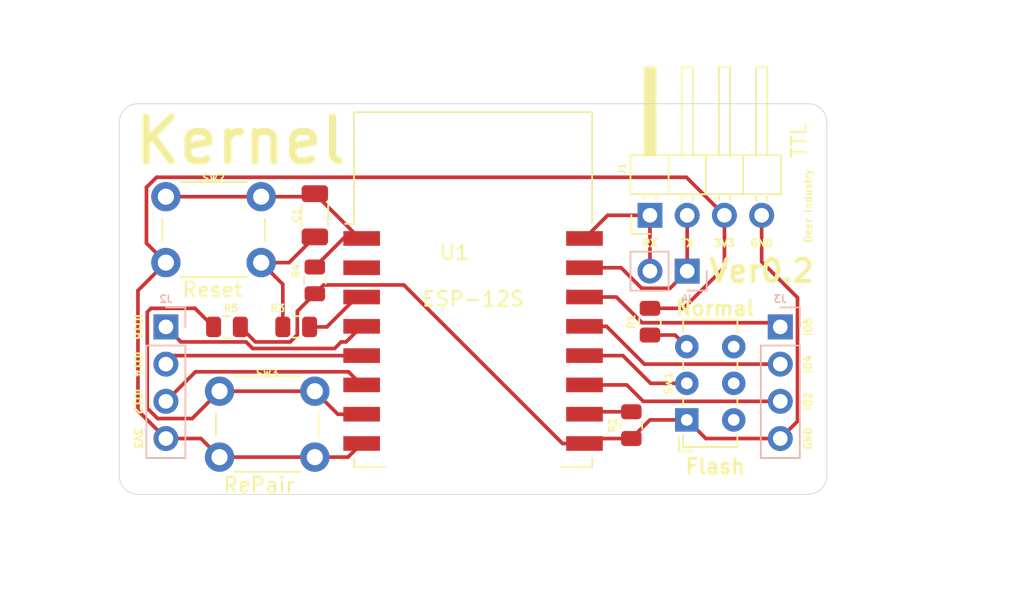
<source format=kicad_pcb>
(kicad_pcb (version 20171130) (host pcbnew "(5.1.9)-1")

  (general
    (thickness 1.6)
    (drawings 37)
    (tracks 100)
    (zones 0)
    (modules 14)
    (nets 18)
  )

  (page A4)
  (layers
    (0 F.Cu signal)
    (31 B.Cu signal)
    (32 B.Adhes user)
    (33 F.Adhes user)
    (34 B.Paste user)
    (35 F.Paste user)
    (36 B.SilkS user)
    (37 F.SilkS user)
    (38 B.Mask user)
    (39 F.Mask user)
    (40 Dwgs.User user)
    (41 Cmts.User user)
    (42 Eco1.User user)
    (43 Eco2.User user)
    (44 Edge.Cuts user)
    (45 Margin user)
    (46 B.CrtYd user)
    (47 F.CrtYd user)
    (48 B.Fab user hide)
    (49 F.Fab user hide)
  )

  (setup
    (last_trace_width 0.25)
    (trace_clearance 0.2)
    (zone_clearance 0.508)
    (zone_45_only no)
    (trace_min 0.2)
    (via_size 0.8)
    (via_drill 0.4)
    (via_min_size 0.4)
    (via_min_drill 0.3)
    (uvia_size 0.3)
    (uvia_drill 0.1)
    (uvias_allowed no)
    (uvia_min_size 0.2)
    (uvia_min_drill 0.1)
    (edge_width 0.05)
    (segment_width 0.2)
    (pcb_text_width 0.3)
    (pcb_text_size 1.5 1.5)
    (mod_edge_width 0.12)
    (mod_text_size 1 1)
    (mod_text_width 0.15)
    (pad_size 1.524 1.524)
    (pad_drill 0.762)
    (pad_to_mask_clearance 0)
    (aux_axis_origin 0 0)
    (visible_elements 7FFFFFFF)
    (pcbplotparams
      (layerselection 0x010fc_ffffffff)
      (usegerberextensions true)
      (usegerberattributes true)
      (usegerberadvancedattributes true)
      (creategerberjobfile true)
      (excludeedgelayer true)
      (linewidth 0.100000)
      (plotframeref false)
      (viasonmask false)
      (mode 1)
      (useauxorigin false)
      (hpglpennumber 1)
      (hpglpenspeed 20)
      (hpglpendiameter 15.000000)
      (psnegative false)
      (psa4output false)
      (plotreference true)
      (plotvalue true)
      (plotinvisibletext false)
      (padsonsilk false)
      (subtractmaskfromsilk false)
      (outputformat 1)
      (mirror false)
      (drillshape 0)
      (scaleselection 1)
      (outputdirectory "导出/"))
  )

  (net 0 "")
  (net 1 "Net-(U1-Pad2)")
  (net 2 EN)
  (net 3 +3V3)
  (net 4 GND)
  (net 5 IO15)
  (net 6 IO0)
  (net 7 RXD)
  (net 8 TXD)
  (net 9 "Net-(R1-Pad2)")
  (net 10 RST)
  (net 11 IO12)
  (net 12 IO14)
  (net 13 IO16)
  (net 14 IO2)
  (net 15 IO4)
  (net 16 IO5)
  (net 17 IO13)

  (net_class Default "This is the default net class."
    (clearance 0.2)
    (trace_width 0.25)
    (via_dia 0.8)
    (via_drill 0.4)
    (uvia_dia 0.3)
    (uvia_drill 0.1)
    (add_net +3V3)
    (add_net EN)
    (add_net GND)
    (add_net IO0)
    (add_net IO12)
    (add_net IO13)
    (add_net IO14)
    (add_net IO15)
    (add_net IO16)
    (add_net IO2)
    (add_net IO4)
    (add_net IO5)
    (add_net "Net-(R1-Pad2)")
    (add_net "Net-(U1-Pad2)")
    (add_net RST)
    (add_net RXD)
    (add_net TXD)
  )

  (module RF_Module:ESP-12S (layer F.Cu) (tedit 60489C70) (tstamp 60497F98)
    (at 97.155 43.18)
    (descr "Wi-Fi Module, http://wiki.ai-thinker.com/_media/esp8266/docs/aithinker_esp_12f_datasheet_en.pdf")
    (tags "Wi-Fi Module")
    (path /6049875F)
    (attr smd)
    (fp_text reference U1 (at -1.27 -2.54) (layer F.SilkS)
      (effects (font (size 1 1) (thickness 0.15)))
    )
    (fp_text value ESP-12S (at 0 0.635) (layer F.SilkS)
      (effects (font (size 1 1) (thickness 0.15)))
    )
    (fp_line (start 5.56 -4.8) (end 8.12 -7.36) (layer Dwgs.User) (width 0.12))
    (fp_line (start 2.56 -4.8) (end 8.12 -10.36) (layer Dwgs.User) (width 0.12))
    (fp_line (start -0.44 -4.8) (end 6.88 -12.12) (layer Dwgs.User) (width 0.12))
    (fp_line (start -3.44 -4.8) (end 3.88 -12.12) (layer Dwgs.User) (width 0.12))
    (fp_line (start -6.44 -4.8) (end 0.88 -12.12) (layer Dwgs.User) (width 0.12))
    (fp_line (start -8.12 -6.12) (end -2.12 -12.12) (layer Dwgs.User) (width 0.12))
    (fp_line (start -8.12 -9.12) (end -5.12 -12.12) (layer Dwgs.User) (width 0.12))
    (fp_line (start -8.12 -4.8) (end -8.12 -12.12) (layer Dwgs.User) (width 0.12))
    (fp_line (start 8.12 -4.8) (end -8.12 -4.8) (layer Dwgs.User) (width 0.12))
    (fp_line (start 8.12 -12.12) (end 8.12 -4.8) (layer Dwgs.User) (width 0.12))
    (fp_line (start -8.12 -12.12) (end 8.12 -12.12) (layer Dwgs.User) (width 0.12))
    (fp_line (start -8.12 -4.5) (end -8.73 -4.5) (layer F.SilkS) (width 0.12))
    (fp_line (start -8.12 -4.5) (end -8.12 -12.12) (layer F.SilkS) (width 0.12))
    (fp_line (start -8.12 12.12) (end -8.12 11.5) (layer F.SilkS) (width 0.12))
    (fp_line (start -6 12.12) (end -8.12 12.12) (layer F.SilkS) (width 0.12))
    (fp_line (start 8.12 12.12) (end 6 12.12) (layer F.SilkS) (width 0.12))
    (fp_line (start 8.12 11.5) (end 8.12 12.12) (layer F.SilkS) (width 0.12))
    (fp_line (start 8.12 -12.12) (end 8.12 -4.5) (layer F.SilkS) (width 0.12))
    (fp_line (start -8.12 -12.12) (end 8.12 -12.12) (layer F.SilkS) (width 0.12))
    (fp_line (start -9.05 13.1) (end -9.05 -12.2) (layer F.CrtYd) (width 0.05))
    (fp_line (start 9.05 13.1) (end -9.05 13.1) (layer F.CrtYd) (width 0.05))
    (fp_line (start 9.05 -12.2) (end 9.05 13.1) (layer F.CrtYd) (width 0.05))
    (fp_line (start -9.05 -12.2) (end 9.05 -12.2) (layer F.CrtYd) (width 0.05))
    (fp_line (start -8 -4) (end -8 -12) (layer F.Fab) (width 0.12))
    (fp_line (start -7.5 -3.5) (end -8 -4) (layer F.Fab) (width 0.12))
    (fp_line (start -8 -3) (end -7.5 -3.5) (layer F.Fab) (width 0.12))
    (fp_line (start -8 12) (end -8 -3) (layer F.Fab) (width 0.12))
    (fp_line (start 8 12) (end -8 12) (layer F.Fab) (width 0.12))
    (fp_line (start 8 -12) (end 8 12) (layer F.Fab) (width 0.12))
    (fp_line (start -8 -12) (end 8 -12) (layer F.Fab) (width 0.12))
    (fp_text user Antenna (at -0.06 -7 180) (layer Cmts.User)
      (effects (font (size 1 1) (thickness 0.15)))
    )
    (fp_text user "KEEP-OUT ZONE" (at 0.03 -9.55 180) (layer Cmts.User)
      (effects (font (size 1 1) (thickness 0.15)))
    )
    (pad 1 smd rect (at -7.6 -3.5) (size 2.5 1) (layers F.Cu F.Paste F.Mask)
      (net 10 RST))
    (pad 2 smd rect (at -7.6 -1.5) (size 2.5 1) (layers F.Cu F.Paste F.Mask)
      (net 1 "Net-(U1-Pad2)"))
    (pad 3 smd rect (at -7.6 0.5) (size 2.5 1) (layers F.Cu F.Paste F.Mask)
      (net 2 EN))
    (pad 4 smd rect (at -7.6 2.5) (size 2.5 1) (layers F.Cu F.Paste F.Mask)
      (net 13 IO16))
    (pad 5 smd rect (at -7.6 4.5) (size 2.5 1) (layers F.Cu F.Paste F.Mask)
      (net 12 IO14))
    (pad 6 smd rect (at -7.6 6.5) (size 2.5 1) (layers F.Cu F.Paste F.Mask)
      (net 11 IO12))
    (pad 7 smd rect (at -7.6 8.5) (size 2.5 1) (layers F.Cu F.Paste F.Mask)
      (net 17 IO13))
    (pad 8 smd rect (at -7.6 10.5) (size 2.5 1) (layers F.Cu F.Paste F.Mask)
      (net 3 +3V3))
    (pad 9 smd rect (at 7.6 10.5) (size 2.5 1) (layers F.Cu F.Paste F.Mask)
      (net 4 GND))
    (pad 10 smd rect (at 7.6 8.5) (size 2.5 1) (layers F.Cu F.Paste F.Mask)
      (net 5 IO15))
    (pad 11 smd rect (at 7.6 6.5) (size 2.5 1) (layers F.Cu F.Paste F.Mask)
      (net 14 IO2))
    (pad 12 smd rect (at 7.6 4.5) (size 2.5 1) (layers F.Cu F.Paste F.Mask)
      (net 6 IO0))
    (pad 13 smd rect (at 7.6 2.5) (size 2.5 1) (layers F.Cu F.Paste F.Mask)
      (net 15 IO4))
    (pad 14 smd rect (at 7.6 0.5) (size 2.5 1) (layers F.Cu F.Paste F.Mask)
      (net 16 IO5))
    (pad 15 smd rect (at 7.6 -1.5) (size 2.5 1) (layers F.Cu F.Paste F.Mask)
      (net 7 RXD))
    (pad 16 smd rect (at 7.6 -3.5) (size 2.5 1) (layers F.Cu F.Paste F.Mask)
      (net 8 TXD))
    (model ${KISYS3DMOD}/RF_Module.3dshapes/ESP-12E.wrl
      (at (xyz 0 0 0))
      (scale (xyz 1 1 1))
      (rotate (xyz 0 0 0))
    )
  )

  (module Connector_PinHeader_2.54mm:PinHeader_1x02_P2.54mm_Vertical (layer B.Cu) (tedit 59FED5CC) (tstamp 605007F5)
    (at 111.76 41.91 90)
    (descr "Through hole straight pin header, 1x02, 2.54mm pitch, single row")
    (tags "Through hole pin header THT 1x02 2.54mm single row")
    (path /60571445)
    (fp_text reference J4 (at -1.905 0 180) (layer B.SilkS)
      (effects (font (size 0.5 0.5) (thickness 0.1)) (justify mirror))
    )
    (fp_text value TTL (at 0 -4.87 270) (layer B.Fab)
      (effects (font (size 1 1) (thickness 0.15)) (justify mirror))
    )
    (fp_line (start 1.8 1.8) (end -1.8 1.8) (layer B.CrtYd) (width 0.05))
    (fp_line (start 1.8 -4.35) (end 1.8 1.8) (layer B.CrtYd) (width 0.05))
    (fp_line (start -1.8 -4.35) (end 1.8 -4.35) (layer B.CrtYd) (width 0.05))
    (fp_line (start -1.8 1.8) (end -1.8 -4.35) (layer B.CrtYd) (width 0.05))
    (fp_line (start -1.33 1.33) (end 0 1.33) (layer B.SilkS) (width 0.12))
    (fp_line (start -1.33 0) (end -1.33 1.33) (layer B.SilkS) (width 0.12))
    (fp_line (start -1.33 -1.27) (end 1.33 -1.27) (layer B.SilkS) (width 0.12))
    (fp_line (start 1.33 -1.27) (end 1.33 -3.87) (layer B.SilkS) (width 0.12))
    (fp_line (start -1.33 -1.27) (end -1.33 -3.87) (layer B.SilkS) (width 0.12))
    (fp_line (start -1.33 -3.87) (end 1.33 -3.87) (layer B.SilkS) (width 0.12))
    (fp_line (start -1.27 0.635) (end -0.635 1.27) (layer B.Fab) (width 0.1))
    (fp_line (start -1.27 -3.81) (end -1.27 0.635) (layer B.Fab) (width 0.1))
    (fp_line (start 1.27 -3.81) (end -1.27 -3.81) (layer B.Fab) (width 0.1))
    (fp_line (start 1.27 1.27) (end 1.27 -3.81) (layer B.Fab) (width 0.1))
    (fp_line (start -0.635 1.27) (end 1.27 1.27) (layer B.Fab) (width 0.1))
    (fp_text user %R (at 0 -1.27) (layer B.Fab)
      (effects (font (size 1 1) (thickness 0.15)) (justify mirror))
    )
    (pad 2 thru_hole oval (at 0 -2.54 90) (size 1.7 1.7) (drill 1) (layers *.Cu *.Mask)
      (net 8 TXD))
    (pad 1 thru_hole rect (at 0 0 90) (size 1.7 1.7) (drill 1) (layers *.Cu *.Mask)
      (net 7 RXD))
    (model ${KISYS3DMOD}/Connector_PinHeader_2.54mm.3dshapes/PinHeader_1x02_P2.54mm_Vertical.wrl
      (at (xyz 0 0 0))
      (scale (xyz 1 1 1))
      (rotate (xyz 0 0 0))
    )
  )

  (module Button_Switch_THT:SW_PUSH_6mm_H4.3mm (layer F.Cu) (tedit 5A02FE31) (tstamp 604F3455)
    (at 86.36 54.61 180)
    (descr "tactile push button, 6x6mm e.g. PHAP33xx series, height=4.3mm")
    (tags "tact sw push 6mm")
    (path /604DDF37)
    (fp_text reference SW3 (at 3.25 5.715) (layer F.SilkS)
      (effects (font (size 0.5 0.5) (thickness 0.1)))
    )
    (fp_text value RePair (at 3.81 -1.905) (layer F.SilkS)
      (effects (font (size 1 1) (thickness 0.15)))
    )
    (fp_circle (center 3.25 2.25) (end 1.25 2.5) (layer F.Fab) (width 0.1))
    (fp_line (start 6.75 3) (end 6.75 1.5) (layer F.SilkS) (width 0.12))
    (fp_line (start 5.5 -1) (end 1 -1) (layer F.SilkS) (width 0.12))
    (fp_line (start -0.25 1.5) (end -0.25 3) (layer F.SilkS) (width 0.12))
    (fp_line (start 1 5.5) (end 5.5 5.5) (layer F.SilkS) (width 0.12))
    (fp_line (start 8 -1.25) (end 8 5.75) (layer F.CrtYd) (width 0.05))
    (fp_line (start 7.75 6) (end -1.25 6) (layer F.CrtYd) (width 0.05))
    (fp_line (start -1.5 5.75) (end -1.5 -1.25) (layer F.CrtYd) (width 0.05))
    (fp_line (start -1.25 -1.5) (end 7.75 -1.5) (layer F.CrtYd) (width 0.05))
    (fp_line (start -1.5 6) (end -1.25 6) (layer F.CrtYd) (width 0.05))
    (fp_line (start -1.5 5.75) (end -1.5 6) (layer F.CrtYd) (width 0.05))
    (fp_line (start -1.5 -1.5) (end -1.25 -1.5) (layer F.CrtYd) (width 0.05))
    (fp_line (start -1.5 -1.25) (end -1.5 -1.5) (layer F.CrtYd) (width 0.05))
    (fp_line (start 8 -1.5) (end 8 -1.25) (layer F.CrtYd) (width 0.05))
    (fp_line (start 7.75 -1.5) (end 8 -1.5) (layer F.CrtYd) (width 0.05))
    (fp_line (start 8 6) (end 8 5.75) (layer F.CrtYd) (width 0.05))
    (fp_line (start 7.75 6) (end 8 6) (layer F.CrtYd) (width 0.05))
    (fp_line (start 0.25 -0.75) (end 3.25 -0.75) (layer F.Fab) (width 0.1))
    (fp_line (start 0.25 5.25) (end 0.25 -0.75) (layer F.Fab) (width 0.1))
    (fp_line (start 6.25 5.25) (end 0.25 5.25) (layer F.Fab) (width 0.1))
    (fp_line (start 6.25 -0.75) (end 6.25 5.25) (layer F.Fab) (width 0.1))
    (fp_line (start 3.25 -0.75) (end 6.25 -0.75) (layer F.Fab) (width 0.1))
    (fp_text user %R (at 3.25 2.25) (layer F.Fab)
      (effects (font (size 1 1) (thickness 0.15)))
    )
    (pad 1 thru_hole circle (at 6.5 0 270) (size 2 2) (drill 1.1) (layers *.Cu *.Mask)
      (net 3 +3V3))
    (pad 2 thru_hole circle (at 6.5 4.5 270) (size 2 2) (drill 1.1) (layers *.Cu *.Mask)
      (net 17 IO13))
    (pad 1 thru_hole circle (at 0 0 270) (size 2 2) (drill 1.1) (layers *.Cu *.Mask)
      (net 3 +3V3))
    (pad 2 thru_hole circle (at 0 4.5 270) (size 2 2) (drill 1.1) (layers *.Cu *.Mask)
      (net 17 IO13))
    (model ${KISYS3DMOD}/Button_Switch_THT.3dshapes/SW_PUSH_6mm_H4.3mm.wrl
      (at (xyz 0 0 0))
      (scale (xyz 1 1 1))
      (rotate (xyz 0 0 0))
    )
  )

  (module Button_Switch_THT:SW_PUSH_6mm_H4.3mm (layer F.Cu) (tedit 5A02FE31) (tstamp 604A134E)
    (at 76.2 36.83)
    (descr "tactile push button, 6x6mm e.g. PHAP33xx series, height=4.3mm")
    (tags "tact sw push 6mm")
    (path /604A6E52)
    (fp_text reference SW2 (at 3.25 -1.27) (layer F.SilkS)
      (effects (font (size 0.5 0.5) (thickness 0.1)))
    )
    (fp_text value Reset (at 3.175 6.35) (layer F.SilkS)
      (effects (font (size 1 1) (thickness 0.15)))
    )
    (fp_circle (center 3.25 2.25) (end 1.25 2.5) (layer F.Fab) (width 0.1))
    (fp_line (start 6.75 3) (end 6.75 1.5) (layer F.SilkS) (width 0.12))
    (fp_line (start 5.5 -1) (end 1 -1) (layer F.SilkS) (width 0.12))
    (fp_line (start -0.25 1.5) (end -0.25 3) (layer F.SilkS) (width 0.12))
    (fp_line (start 1 5.5) (end 5.5 5.5) (layer F.SilkS) (width 0.12))
    (fp_line (start 8 -1.25) (end 8 5.75) (layer F.CrtYd) (width 0.05))
    (fp_line (start 7.75 6) (end -1.25 6) (layer F.CrtYd) (width 0.05))
    (fp_line (start -1.5 5.75) (end -1.5 -1.25) (layer F.CrtYd) (width 0.05))
    (fp_line (start -1.25 -1.5) (end 7.75 -1.5) (layer F.CrtYd) (width 0.05))
    (fp_line (start -1.5 6) (end -1.25 6) (layer F.CrtYd) (width 0.05))
    (fp_line (start -1.5 5.75) (end -1.5 6) (layer F.CrtYd) (width 0.05))
    (fp_line (start -1.5 -1.5) (end -1.25 -1.5) (layer F.CrtYd) (width 0.05))
    (fp_line (start -1.5 -1.25) (end -1.5 -1.5) (layer F.CrtYd) (width 0.05))
    (fp_line (start 8 -1.5) (end 8 -1.25) (layer F.CrtYd) (width 0.05))
    (fp_line (start 7.75 -1.5) (end 8 -1.5) (layer F.CrtYd) (width 0.05))
    (fp_line (start 8 6) (end 8 5.75) (layer F.CrtYd) (width 0.05))
    (fp_line (start 7.75 6) (end 8 6) (layer F.CrtYd) (width 0.05))
    (fp_line (start 0.25 -0.75) (end 3.25 -0.75) (layer F.Fab) (width 0.1))
    (fp_line (start 0.25 5.25) (end 0.25 -0.75) (layer F.Fab) (width 0.1))
    (fp_line (start 6.25 5.25) (end 0.25 5.25) (layer F.Fab) (width 0.1))
    (fp_line (start 6.25 -0.75) (end 6.25 5.25) (layer F.Fab) (width 0.1))
    (fp_line (start 3.25 -0.75) (end 6.25 -0.75) (layer F.Fab) (width 0.1))
    (fp_text user %R (at 3.25 2.25) (layer F.Fab)
      (effects (font (size 1 1) (thickness 0.15)))
    )
    (pad 1 thru_hole circle (at 6.5 0 90) (size 2 2) (drill 1.1) (layers *.Cu *.Mask)
      (net 10 RST))
    (pad 2 thru_hole circle (at 6.5 4.5 90) (size 2 2) (drill 1.1) (layers *.Cu *.Mask)
      (net 3 +3V3))
    (pad 1 thru_hole circle (at 0 0 90) (size 2 2) (drill 1.1) (layers *.Cu *.Mask)
      (net 10 RST))
    (pad 2 thru_hole circle (at 0 4.5 90) (size 2 2) (drill 1.1) (layers *.Cu *.Mask)
      (net 3 +3V3))
    (model ${KISYS3DMOD}/Button_Switch_THT.3dshapes/SW_PUSH_6mm_H4.3mm.wrl
      (at (xyz 0 0 0))
      (scale (xyz 1 1 1))
      (rotate (xyz 0 0 0))
    )
  )

  (module Connector_PinHeader_2.54mm:PinHeader_1x04_P2.54mm_Horizontal (layer F.Cu) (tedit 59FED5CB) (tstamp 6049FAD7)
    (at 109.22 38.1 90)
    (descr "Through hole angled pin header, 1x04, 2.54mm pitch, 6mm pin length, single row")
    (tags "Through hole angled pin header THT 1x04 2.54mm single row")
    (path /6049A723)
    (fp_text reference J1 (at 3.175 -1.905 90) (layer F.SilkS)
      (effects (font (size 0.5 0.5) (thickness 0.1)))
    )
    (fp_text value TTL (at 5.08 10.16 270) (layer F.SilkS)
      (effects (font (size 1 1) (thickness 0.15)))
    )
    (fp_line (start 10.55 -1.8) (end -1.8 -1.8) (layer F.CrtYd) (width 0.05))
    (fp_line (start 10.55 9.4) (end 10.55 -1.8) (layer F.CrtYd) (width 0.05))
    (fp_line (start -1.8 9.4) (end 10.55 9.4) (layer F.CrtYd) (width 0.05))
    (fp_line (start -1.8 -1.8) (end -1.8 9.4) (layer F.CrtYd) (width 0.05))
    (fp_line (start -1.27 -1.27) (end 0 -1.27) (layer F.SilkS) (width 0.12))
    (fp_line (start -1.27 0) (end -1.27 -1.27) (layer F.SilkS) (width 0.12))
    (fp_line (start 1.042929 8) (end 1.44 8) (layer F.SilkS) (width 0.12))
    (fp_line (start 1.042929 7.24) (end 1.44 7.24) (layer F.SilkS) (width 0.12))
    (fp_line (start 10.1 8) (end 4.1 8) (layer F.SilkS) (width 0.12))
    (fp_line (start 10.1 7.24) (end 10.1 8) (layer F.SilkS) (width 0.12))
    (fp_line (start 4.1 7.24) (end 10.1 7.24) (layer F.SilkS) (width 0.12))
    (fp_line (start 1.44 6.35) (end 4.1 6.35) (layer F.SilkS) (width 0.12))
    (fp_line (start 1.042929 5.46) (end 1.44 5.46) (layer F.SilkS) (width 0.12))
    (fp_line (start 1.042929 4.7) (end 1.44 4.7) (layer F.SilkS) (width 0.12))
    (fp_line (start 10.1 5.46) (end 4.1 5.46) (layer F.SilkS) (width 0.12))
    (fp_line (start 10.1 4.7) (end 10.1 5.46) (layer F.SilkS) (width 0.12))
    (fp_line (start 4.1 4.7) (end 10.1 4.7) (layer F.SilkS) (width 0.12))
    (fp_line (start 1.44 3.81) (end 4.1 3.81) (layer F.SilkS) (width 0.12))
    (fp_line (start 1.042929 2.92) (end 1.44 2.92) (layer F.SilkS) (width 0.12))
    (fp_line (start 1.042929 2.16) (end 1.44 2.16) (layer F.SilkS) (width 0.12))
    (fp_line (start 10.1 2.92) (end 4.1 2.92) (layer F.SilkS) (width 0.12))
    (fp_line (start 10.1 2.16) (end 10.1 2.92) (layer F.SilkS) (width 0.12))
    (fp_line (start 4.1 2.16) (end 10.1 2.16) (layer F.SilkS) (width 0.12))
    (fp_line (start 1.44 1.27) (end 4.1 1.27) (layer F.SilkS) (width 0.12))
    (fp_line (start 1.11 0.38) (end 1.44 0.38) (layer F.SilkS) (width 0.12))
    (fp_line (start 1.11 -0.38) (end 1.44 -0.38) (layer F.SilkS) (width 0.12))
    (fp_line (start 4.1 0.28) (end 10.1 0.28) (layer F.SilkS) (width 0.12))
    (fp_line (start 4.1 0.16) (end 10.1 0.16) (layer F.SilkS) (width 0.12))
    (fp_line (start 4.1 0.04) (end 10.1 0.04) (layer F.SilkS) (width 0.12))
    (fp_line (start 4.1 -0.08) (end 10.1 -0.08) (layer F.SilkS) (width 0.12))
    (fp_line (start 4.1 -0.2) (end 10.1 -0.2) (layer F.SilkS) (width 0.12))
    (fp_line (start 4.1 -0.32) (end 10.1 -0.32) (layer F.SilkS) (width 0.12))
    (fp_line (start 10.1 0.38) (end 4.1 0.38) (layer F.SilkS) (width 0.12))
    (fp_line (start 10.1 -0.38) (end 10.1 0.38) (layer F.SilkS) (width 0.12))
    (fp_line (start 4.1 -0.38) (end 10.1 -0.38) (layer F.SilkS) (width 0.12))
    (fp_line (start 4.1 -1.33) (end 1.44 -1.33) (layer F.SilkS) (width 0.12))
    (fp_line (start 4.1 8.95) (end 4.1 -1.33) (layer F.SilkS) (width 0.12))
    (fp_line (start 1.44 8.95) (end 4.1 8.95) (layer F.SilkS) (width 0.12))
    (fp_line (start 1.44 -1.33) (end 1.44 8.95) (layer F.SilkS) (width 0.12))
    (fp_line (start 4.04 7.94) (end 10.04 7.94) (layer F.Fab) (width 0.1))
    (fp_line (start 10.04 7.3) (end 10.04 7.94) (layer F.Fab) (width 0.1))
    (fp_line (start 4.04 7.3) (end 10.04 7.3) (layer F.Fab) (width 0.1))
    (fp_line (start -0.32 7.94) (end 1.5 7.94) (layer F.Fab) (width 0.1))
    (fp_line (start -0.32 7.3) (end -0.32 7.94) (layer F.Fab) (width 0.1))
    (fp_line (start -0.32 7.3) (end 1.5 7.3) (layer F.Fab) (width 0.1))
    (fp_line (start 4.04 5.4) (end 10.04 5.4) (layer F.Fab) (width 0.1))
    (fp_line (start 10.04 4.76) (end 10.04 5.4) (layer F.Fab) (width 0.1))
    (fp_line (start 4.04 4.76) (end 10.04 4.76) (layer F.Fab) (width 0.1))
    (fp_line (start -0.32 5.4) (end 1.5 5.4) (layer F.Fab) (width 0.1))
    (fp_line (start -0.32 4.76) (end -0.32 5.4) (layer F.Fab) (width 0.1))
    (fp_line (start -0.32 4.76) (end 1.5 4.76) (layer F.Fab) (width 0.1))
    (fp_line (start 4.04 2.86) (end 10.04 2.86) (layer F.Fab) (width 0.1))
    (fp_line (start 10.04 2.22) (end 10.04 2.86) (layer F.Fab) (width 0.1))
    (fp_line (start 4.04 2.22) (end 10.04 2.22) (layer F.Fab) (width 0.1))
    (fp_line (start -0.32 2.86) (end 1.5 2.86) (layer F.Fab) (width 0.1))
    (fp_line (start -0.32 2.22) (end -0.32 2.86) (layer F.Fab) (width 0.1))
    (fp_line (start -0.32 2.22) (end 1.5 2.22) (layer F.Fab) (width 0.1))
    (fp_line (start 4.04 0.32) (end 10.04 0.32) (layer F.Fab) (width 0.1))
    (fp_line (start 10.04 -0.32) (end 10.04 0.32) (layer F.Fab) (width 0.1))
    (fp_line (start 4.04 -0.32) (end 10.04 -0.32) (layer F.Fab) (width 0.1))
    (fp_line (start -0.32 0.32) (end 1.5 0.32) (layer F.Fab) (width 0.1))
    (fp_line (start -0.32 -0.32) (end -0.32 0.32) (layer F.Fab) (width 0.1))
    (fp_line (start -0.32 -0.32) (end 1.5 -0.32) (layer F.Fab) (width 0.1))
    (fp_line (start 1.5 -0.635) (end 2.135 -1.27) (layer F.Fab) (width 0.1))
    (fp_line (start 1.5 8.89) (end 1.5 -0.635) (layer F.Fab) (width 0.1))
    (fp_line (start 4.04 8.89) (end 1.5 8.89) (layer F.Fab) (width 0.1))
    (fp_line (start 4.04 -1.27) (end 4.04 8.89) (layer F.Fab) (width 0.1))
    (fp_line (start 2.135 -1.27) (end 4.04 -1.27) (layer F.Fab) (width 0.1))
    (fp_text user %R (at 2.77 3.81) (layer F.Fab)
      (effects (font (size 1 1) (thickness 0.15)))
    )
    (pad 4 thru_hole oval (at 0 7.62 90) (size 1.7 1.7) (drill 1) (layers *.Cu *.Mask)
      (net 4 GND))
    (pad 3 thru_hole oval (at 0 5.08 90) (size 1.7 1.7) (drill 1) (layers *.Cu *.Mask)
      (net 3 +3V3))
    (pad 2 thru_hole oval (at 0 2.54 90) (size 1.7 1.7) (drill 1) (layers *.Cu *.Mask)
      (net 7 RXD))
    (pad 1 thru_hole rect (at 0 0 90) (size 1.7 1.7) (drill 1) (layers *.Cu *.Mask)
      (net 8 TXD))
    (model ${KISYS3DMOD}/Connector_PinHeader_2.54mm.3dshapes/PinHeader_1x04_P2.54mm_Horizontal.wrl
      (at (xyz 0 0 0))
      (scale (xyz 1 1 1))
      (rotate (xyz 0 0 0))
    )
  )

  (module Resistor_SMD:R_0805_2012Metric (layer F.Cu) (tedit 5F68FEEE) (tstamp 604F33F0)
    (at 80.3675 45.72 180)
    (descr "Resistor SMD 0805 (2012 Metric), square (rectangular) end terminal, IPC_7351 nominal, (Body size source: IPC-SM-782 page 72, https://www.pcb-3d.com/wordpress/wp-content/uploads/ipc-sm-782a_amendment_1_and_2.pdf), generated with kicad-footprint-generator")
    (tags resistor)
    (path /604EF1A5)
    (attr smd)
    (fp_text reference R5 (at -0.2775 1.27) (layer F.SilkS)
      (effects (font (size 0.5 0.5) (thickness 0.1)))
    )
    (fp_text value 10k (at 0 1.65) (layer F.Fab)
      (effects (font (size 1 1) (thickness 0.15)))
    )
    (fp_line (start 1.68 0.95) (end -1.68 0.95) (layer F.CrtYd) (width 0.05))
    (fp_line (start 1.68 -0.95) (end 1.68 0.95) (layer F.CrtYd) (width 0.05))
    (fp_line (start -1.68 -0.95) (end 1.68 -0.95) (layer F.CrtYd) (width 0.05))
    (fp_line (start -1.68 0.95) (end -1.68 -0.95) (layer F.CrtYd) (width 0.05))
    (fp_line (start -0.227064 0.735) (end 0.227064 0.735) (layer F.SilkS) (width 0.12))
    (fp_line (start -0.227064 -0.735) (end 0.227064 -0.735) (layer F.SilkS) (width 0.12))
    (fp_line (start 1 0.625) (end -1 0.625) (layer F.Fab) (width 0.1))
    (fp_line (start 1 -0.625) (end 1 0.625) (layer F.Fab) (width 0.1))
    (fp_line (start -1 -0.625) (end 1 -0.625) (layer F.Fab) (width 0.1))
    (fp_line (start -1 0.625) (end -1 -0.625) (layer F.Fab) (width 0.1))
    (fp_text user %R (at 0 0) (layer F.Fab)
      (effects (font (size 0.5 0.5) (thickness 0.08)))
    )
    (pad 2 smd roundrect (at 0.9125 0 180) (size 1.025 1.4) (layers F.Cu F.Paste F.Mask) (roundrect_rratio 0.2439004878048781)
      (net 17 IO13))
    (pad 1 smd roundrect (at -0.9125 0 180) (size 1.025 1.4) (layers F.Cu F.Paste F.Mask) (roundrect_rratio 0.2439004878048781)
      (net 4 GND))
    (model ${KISYS3DMOD}/Resistor_SMD.3dshapes/R_0805_2012Metric.wrl
      (at (xyz 0 0 0))
      (scale (xyz 1 1 1))
      (rotate (xyz 0 0 0))
    )
  )

  (module Connector_PinHeader_2.54mm:PinHeader_1x04_P2.54mm_Vertical (layer B.Cu) (tedit 59FED5CC) (tstamp 604F335F)
    (at 118.11 45.72 180)
    (descr "Through hole straight pin header, 1x04, 2.54mm pitch, single row")
    (tags "Through hole pin header THT 1x04 2.54mm single row")
    (path /604FA091)
    (fp_text reference J3 (at 0 1.905) (layer B.SilkS)
      (effects (font (size 0.5 0.5) (thickness 0.1)) (justify mirror))
    )
    (fp_text value R (at 0 -9.95) (layer F.Fab) hide
      (effects (font (size 1 1) (thickness 0.15)))
    )
    (fp_line (start 1.8 1.8) (end -1.8 1.8) (layer B.CrtYd) (width 0.05))
    (fp_line (start 1.8 -9.4) (end 1.8 1.8) (layer B.CrtYd) (width 0.05))
    (fp_line (start -1.8 -9.4) (end 1.8 -9.4) (layer B.CrtYd) (width 0.05))
    (fp_line (start -1.8 1.8) (end -1.8 -9.4) (layer B.CrtYd) (width 0.05))
    (fp_line (start -1.33 1.33) (end 0 1.33) (layer B.SilkS) (width 0.12))
    (fp_line (start -1.33 0) (end -1.33 1.33) (layer B.SilkS) (width 0.12))
    (fp_line (start -1.33 -1.27) (end 1.33 -1.27) (layer B.SilkS) (width 0.12))
    (fp_line (start 1.33 -1.27) (end 1.33 -8.95) (layer B.SilkS) (width 0.12))
    (fp_line (start -1.33 -1.27) (end -1.33 -8.95) (layer B.SilkS) (width 0.12))
    (fp_line (start -1.33 -8.95) (end 1.33 -8.95) (layer B.SilkS) (width 0.12))
    (fp_line (start -1.27 0.635) (end -0.635 1.27) (layer B.Fab) (width 0.1))
    (fp_line (start -1.27 -8.89) (end -1.27 0.635) (layer B.Fab) (width 0.1))
    (fp_line (start 1.27 -8.89) (end -1.27 -8.89) (layer B.Fab) (width 0.1))
    (fp_line (start 1.27 1.27) (end 1.27 -8.89) (layer B.Fab) (width 0.1))
    (fp_line (start -0.635 1.27) (end 1.27 1.27) (layer B.Fab) (width 0.1))
    (fp_text user %R (at 0 -3.81 270) (layer B.Fab)
      (effects (font (size 1 1) (thickness 0.15)) (justify mirror))
    )
    (pad 4 thru_hole oval (at 0 -7.62 180) (size 1.7 1.7) (drill 1) (layers *.Cu *.Mask)
      (net 4 GND))
    (pad 3 thru_hole oval (at 0 -5.08 180) (size 1.7 1.7) (drill 1) (layers *.Cu *.Mask)
      (net 14 IO2))
    (pad 2 thru_hole oval (at 0 -2.54 180) (size 1.7 1.7) (drill 1) (layers *.Cu *.Mask)
      (net 15 IO4))
    (pad 1 thru_hole rect (at 0 0 180) (size 1.7 1.7) (drill 1) (layers *.Cu *.Mask)
      (net 16 IO5))
    (model ${KISYS3DMOD}/Connector_PinHeader_2.54mm.3dshapes/PinHeader_1x04_P2.54mm_Vertical.wrl
      (at (xyz 0 0 0))
      (scale (xyz 1 1 1))
      (rotate (xyz 0 0 0))
    )
  )

  (module Connector_PinHeader_2.54mm:PinHeader_1x04_P2.54mm_Vertical (layer B.Cu) (tedit 59FED5CC) (tstamp 604F3347)
    (at 76.2 45.72 180)
    (descr "Through hole straight pin header, 1x04, 2.54mm pitch, single row")
    (tags "Through hole pin header THT 1x04 2.54mm single row")
    (path /604F8EAE)
    (fp_text reference J2 (at 0 1.905) (layer B.SilkS)
      (effects (font (size 0.5 0.5) (thickness 0.1)) (justify mirror))
    )
    (fp_text value L (at 0 -9.95) (layer F.Fab) hide
      (effects (font (size 1 1) (thickness 0.15)) (justify mirror))
    )
    (fp_line (start 1.8 1.8) (end -1.8 1.8) (layer B.CrtYd) (width 0.05))
    (fp_line (start 1.8 -9.4) (end 1.8 1.8) (layer B.CrtYd) (width 0.05))
    (fp_line (start -1.8 -9.4) (end 1.8 -9.4) (layer B.CrtYd) (width 0.05))
    (fp_line (start -1.8 1.8) (end -1.8 -9.4) (layer B.CrtYd) (width 0.05))
    (fp_line (start -1.33 1.33) (end 0 1.33) (layer B.SilkS) (width 0.12))
    (fp_line (start -1.33 0) (end -1.33 1.33) (layer B.SilkS) (width 0.12))
    (fp_line (start -1.33 -1.27) (end 1.33 -1.27) (layer B.SilkS) (width 0.12))
    (fp_line (start 1.33 -1.27) (end 1.33 -8.95) (layer B.SilkS) (width 0.12))
    (fp_line (start -1.33 -1.27) (end -1.33 -8.95) (layer B.SilkS) (width 0.12))
    (fp_line (start -1.33 -8.95) (end 1.33 -8.95) (layer B.SilkS) (width 0.12))
    (fp_line (start -1.27 0.635) (end -0.635 1.27) (layer B.Fab) (width 0.1))
    (fp_line (start -1.27 -8.89) (end -1.27 0.635) (layer B.Fab) (width 0.1))
    (fp_line (start 1.27 -8.89) (end -1.27 -8.89) (layer B.Fab) (width 0.1))
    (fp_line (start 1.27 1.27) (end 1.27 -8.89) (layer B.Fab) (width 0.1))
    (fp_line (start -0.635 1.27) (end 1.27 1.27) (layer B.Fab) (width 0.1))
    (fp_text user %R (at 0 -3.81 270) (layer B.Fab)
      (effects (font (size 1 1) (thickness 0.15)) (justify mirror))
    )
    (pad 4 thru_hole oval (at 0 -7.62 180) (size 1.7 1.7) (drill 1) (layers *.Cu *.Mask)
      (net 3 +3V3))
    (pad 3 thru_hole oval (at 0 -5.08 180) (size 1.7 1.7) (drill 1) (layers *.Cu *.Mask)
      (net 11 IO12))
    (pad 2 thru_hole oval (at 0 -2.54 180) (size 1.7 1.7) (drill 1) (layers *.Cu *.Mask)
      (net 12 IO14))
    (pad 1 thru_hole rect (at 0 0 180) (size 1.7 1.7) (drill 1) (layers *.Cu *.Mask)
      (net 13 IO16))
    (model ${KISYS3DMOD}/Connector_PinHeader_2.54mm.3dshapes/PinHeader_1x04_P2.54mm_Vertical.wrl
      (at (xyz 0 0 0))
      (scale (xyz 1 1 1))
      (rotate (xyz 0 0 0))
    )
  )

  (module Button_Switch_THT:SW_E-Switch_EG1271_DPDT (layer F.Cu) (tedit 5BB336EF) (tstamp 6048CF9C)
    (at 111.735 52.07 90)
    (descr "E-Switch sub miniature slide switch, EG series, DPDT, http://spec_sheets.e-switch.com/specs/P040047.pdf")
    (tags "switch DPDT")
    (path /6048DEAF)
    (fp_text reference SW1 (at 2.5 -1.27 90) (layer F.SilkS)
      (effects (font (size 0.5 0.5) (thickness 0.1)))
    )
    (fp_text value MODE (at 2.5 5 90) (layer F.Fab)
      (effects (font (size 1 1) (thickness 0.15)))
    )
    (fp_line (start 0.4 0.6) (end 4.6 0.6) (layer F.Fab) (width 0.1))
    (fp_line (start 4.6 0.6) (end 4.6 2.6) (layer F.Fab) (width 0.1))
    (fp_line (start 4.6 2.6) (end 0.4 2.6) (layer F.Fab) (width 0.1))
    (fp_line (start 0.4 0.6) (end 0.4 2.6) (layer F.Fab) (width 0.1))
    (fp_line (start 2.5 0.6) (end 2.5 2.6) (layer F.Fab) (width 0.1))
    (fp_line (start 0.75 0.6) (end 0.75 2.6) (layer F.Fab) (width 0.1))
    (fp_line (start 1.1 0.6) (end 1.1 2.6) (layer F.Fab) (width 0.1))
    (fp_line (start 1.45 0.6) (end 1.45 2.6) (layer F.Fab) (width 0.1))
    (fp_line (start 1.8 0.6) (end 1.8 2.6) (layer F.Fab) (width 0.1))
    (fp_line (start 2.15 0.6) (end 2.15 2.6) (layer F.Fab) (width 0.1))
    (fp_line (start -1.75 -0.15) (end 6.75 -0.15) (layer F.Fab) (width 0.1))
    (fp_line (start 6.75 -0.15) (end 6.75 3.35) (layer F.Fab) (width 0.1))
    (fp_line (start 6.75 3.35) (end -1.75 3.35) (layer F.Fab) (width 0.1))
    (fp_line (start -1.75 -0.15) (end -1.75 3.35) (layer F.Fab) (width 0.1))
    (fp_line (start -1.85 -0.25) (end -1 -0.25) (layer F.SilkS) (width 0.12))
    (fp_line (start 1 -0.25) (end 1.53 -0.25) (layer F.SilkS) (width 0.12))
    (fp_line (start 3.47 -0.25) (end 4.03 -0.25) (layer F.SilkS) (width 0.12))
    (fp_line (start 5.97 -0.25) (end 6.85 -0.25) (layer F.SilkS) (width 0.12))
    (fp_line (start 6.85 -0.25) (end 6.85 3.45) (layer F.SilkS) (width 0.12))
    (fp_line (start 6.85 3.45) (end 5.98 3.45) (layer F.SilkS) (width 0.12))
    (fp_line (start 4.02 3.45) (end 3.47 3.45) (layer F.SilkS) (width 0.12))
    (fp_line (start 1.53 3.45) (end 0.97 3.45) (layer F.SilkS) (width 0.12))
    (fp_line (start -0.97 3.45) (end -1.85 3.45) (layer F.SilkS) (width 0.12))
    (fp_line (start -1.85 3.45) (end -1.85 -0.25) (layer F.SilkS) (width 0.12))
    (fp_line (start -2.15 0.45) (end -2.15 -0.55) (layer F.SilkS) (width 0.12))
    (fp_line (start -2.15 -0.55) (end -1.15 -0.55) (layer F.SilkS) (width 0.12))
    (fp_line (start -2 -1.05) (end 7 -1.05) (layer F.CrtYd) (width 0.05))
    (fp_line (start 7 -1.05) (end 7 4.25) (layer F.CrtYd) (width 0.05))
    (fp_line (start 7 4.25) (end -2 4.25) (layer F.CrtYd) (width 0.05))
    (fp_line (start -2 4.25) (end -2 -1.05) (layer F.CrtYd) (width 0.05))
    (fp_text user %R (at 2.5 -1.65 90) (layer F.Fab)
      (effects (font (size 1 1) (thickness 0.15)))
    )
    (pad 6 thru_hole circle (at 5 3.2 90) (size 1.6 1.6) (drill 0.8) (layers *.Cu *.Mask))
    (pad 5 thru_hole circle (at 2.5 3.2 90) (size 1.6 1.6) (drill 0.8) (layers *.Cu *.Mask))
    (pad 4 thru_hole circle (at 0 3.2 90) (size 1.6 1.6) (drill 0.8) (layers *.Cu *.Mask))
    (pad 3 thru_hole circle (at 5 0 90) (size 1.6 1.6) (drill 0.8) (layers *.Cu *.Mask)
      (net 9 "Net-(R1-Pad2)"))
    (pad 2 thru_hole circle (at 2.5 0 90) (size 1.6 1.6) (drill 0.8) (layers *.Cu *.Mask)
      (net 6 IO0))
    (pad 1 thru_hole rect (at 0 0 90) (size 1.6 1.6) (drill 0.8) (layers *.Cu *.Mask)
      (net 4 GND))
    (model ${KISYS3DMOD}/Button_Switch_THT.3dshapes/SW_E-Switch_EG1271_DPDT.wrl
      (at (xyz 0 0 0))
      (scale (xyz 1 1 1))
      (rotate (xyz 0 0 0))
    )
  )

  (module Resistor_SMD:R_0805_2012Metric (layer F.Cu) (tedit 5F68FEEE) (tstamp 60491ACD)
    (at 86.36 42.545 270)
    (descr "Resistor SMD 0805 (2012 Metric), square (rectangular) end terminal, IPC_7351 nominal, (Body size source: IPC-SM-782 page 72, https://www.pcb-3d.com/wordpress/wp-content/uploads/ipc-sm-782a_amendment_1_and_2.pdf), generated with kicad-footprint-generator")
    (tags resistor)
    (path /60493EDA)
    (attr smd)
    (fp_text reference R4 (at -0.635 1.27 90) (layer F.SilkS)
      (effects (font (size 0.5 0.5) (thickness 0.1)))
    )
    (fp_text value 10k (at 0 1.65 90) (layer F.Fab)
      (effects (font (size 1 1) (thickness 0.15)))
    )
    (fp_line (start -1 0.625) (end -1 -0.625) (layer F.Fab) (width 0.1))
    (fp_line (start -1 -0.625) (end 1 -0.625) (layer F.Fab) (width 0.1))
    (fp_line (start 1 -0.625) (end 1 0.625) (layer F.Fab) (width 0.1))
    (fp_line (start 1 0.625) (end -1 0.625) (layer F.Fab) (width 0.1))
    (fp_line (start -0.227064 -0.735) (end 0.227064 -0.735) (layer F.SilkS) (width 0.12))
    (fp_line (start -0.227064 0.735) (end 0.227064 0.735) (layer F.SilkS) (width 0.12))
    (fp_line (start -1.68 0.95) (end -1.68 -0.95) (layer F.CrtYd) (width 0.05))
    (fp_line (start -1.68 -0.95) (end 1.68 -0.95) (layer F.CrtYd) (width 0.05))
    (fp_line (start 1.68 -0.95) (end 1.68 0.95) (layer F.CrtYd) (width 0.05))
    (fp_line (start 1.68 0.95) (end -1.68 0.95) (layer F.CrtYd) (width 0.05))
    (fp_text user %R (at 0 0 90) (layer F.Fab)
      (effects (font (size 0.5 0.5) (thickness 0.08)))
    )
    (pad 2 smd roundrect (at 0.9125 0 270) (size 1.025 1.4) (layers F.Cu F.Paste F.Mask) (roundrect_rratio 0.2439004878048781)
      (net 4 GND))
    (pad 1 smd roundrect (at -0.9125 0 270) (size 1.025 1.4) (layers F.Cu F.Paste F.Mask) (roundrect_rratio 0.2439004878048781)
      (net 10 RST))
    (model ${KISYS3DMOD}/Resistor_SMD.3dshapes/R_0805_2012Metric.wrl
      (at (xyz 0 0 0))
      (scale (xyz 1 1 1))
      (rotate (xyz 0 0 0))
    )
  )

  (module Resistor_SMD:R_0805_2012Metric (layer F.Cu) (tedit 5F68FEEE) (tstamp 6048CF41)
    (at 85.09 45.72)
    (descr "Resistor SMD 0805 (2012 Metric), square (rectangular) end terminal, IPC_7351 nominal, (Body size source: IPC-SM-782 page 72, https://www.pcb-3d.com/wordpress/wp-content/uploads/ipc-sm-782a_amendment_1_and_2.pdf), generated with kicad-footprint-generator")
    (tags resistor)
    (path /60492F78)
    (attr smd)
    (fp_text reference R3 (at -1.27 -1.27) (layer F.SilkS)
      (effects (font (size 0.5 0.5) (thickness 0.1)))
    )
    (fp_text value 10k (at 0 1.65) (layer F.Fab)
      (effects (font (size 1 1) (thickness 0.15)))
    )
    (fp_line (start -1 0.625) (end -1 -0.625) (layer F.Fab) (width 0.1))
    (fp_line (start -1 -0.625) (end 1 -0.625) (layer F.Fab) (width 0.1))
    (fp_line (start 1 -0.625) (end 1 0.625) (layer F.Fab) (width 0.1))
    (fp_line (start 1 0.625) (end -1 0.625) (layer F.Fab) (width 0.1))
    (fp_line (start -0.227064 -0.735) (end 0.227064 -0.735) (layer F.SilkS) (width 0.12))
    (fp_line (start -0.227064 0.735) (end 0.227064 0.735) (layer F.SilkS) (width 0.12))
    (fp_line (start -1.68 0.95) (end -1.68 -0.95) (layer F.CrtYd) (width 0.05))
    (fp_line (start -1.68 -0.95) (end 1.68 -0.95) (layer F.CrtYd) (width 0.05))
    (fp_line (start 1.68 -0.95) (end 1.68 0.95) (layer F.CrtYd) (width 0.05))
    (fp_line (start 1.68 0.95) (end -1.68 0.95) (layer F.CrtYd) (width 0.05))
    (fp_text user %R (at 0 0) (layer F.Fab)
      (effects (font (size 0.5 0.5) (thickness 0.08)))
    )
    (pad 2 smd roundrect (at 0.9125 0) (size 1.025 1.4) (layers F.Cu F.Paste F.Mask) (roundrect_rratio 0.2439004878048781)
      (net 2 EN))
    (pad 1 smd roundrect (at -0.9125 0) (size 1.025 1.4) (layers F.Cu F.Paste F.Mask) (roundrect_rratio 0.2439004878048781)
      (net 3 +3V3))
    (model ${KISYS3DMOD}/Resistor_SMD.3dshapes/R_0805_2012Metric.wrl
      (at (xyz 0 0 0))
      (scale (xyz 1 1 1))
      (rotate (xyz 0 0 0))
    )
  )

  (module Resistor_SMD:R_0805_2012Metric (layer F.Cu) (tedit 5F68FEEE) (tstamp 6048CF30)
    (at 107.95 52.4275 90)
    (descr "Resistor SMD 0805 (2012 Metric), square (rectangular) end terminal, IPC_7351 nominal, (Body size source: IPC-SM-782 page 72, https://www.pcb-3d.com/wordpress/wp-content/uploads/ipc-sm-782a_amendment_1_and_2.pdf), generated with kicad-footprint-generator")
    (tags resistor)
    (path /60491BD0)
    (attr smd)
    (fp_text reference R2 (at 0 -1.27 90) (layer F.SilkS)
      (effects (font (size 0.5 0.5) (thickness 0.1)))
    )
    (fp_text value 10k (at 0 1.65 90) (layer F.Fab)
      (effects (font (size 1 1) (thickness 0.15)))
    )
    (fp_line (start -1 0.625) (end -1 -0.625) (layer F.Fab) (width 0.1))
    (fp_line (start -1 -0.625) (end 1 -0.625) (layer F.Fab) (width 0.1))
    (fp_line (start 1 -0.625) (end 1 0.625) (layer F.Fab) (width 0.1))
    (fp_line (start 1 0.625) (end -1 0.625) (layer F.Fab) (width 0.1))
    (fp_line (start -0.227064 -0.735) (end 0.227064 -0.735) (layer F.SilkS) (width 0.12))
    (fp_line (start -0.227064 0.735) (end 0.227064 0.735) (layer F.SilkS) (width 0.12))
    (fp_line (start -1.68 0.95) (end -1.68 -0.95) (layer F.CrtYd) (width 0.05))
    (fp_line (start -1.68 -0.95) (end 1.68 -0.95) (layer F.CrtYd) (width 0.05))
    (fp_line (start 1.68 -0.95) (end 1.68 0.95) (layer F.CrtYd) (width 0.05))
    (fp_line (start 1.68 0.95) (end -1.68 0.95) (layer F.CrtYd) (width 0.05))
    (fp_text user %R (at 0 0 90) (layer F.Fab)
      (effects (font (size 0.5 0.5) (thickness 0.08)))
    )
    (pad 2 smd roundrect (at 0.9125 0 90) (size 1.025 1.4) (layers F.Cu F.Paste F.Mask) (roundrect_rratio 0.2439004878048781)
      (net 5 IO15))
    (pad 1 smd roundrect (at -0.9125 0 90) (size 1.025 1.4) (layers F.Cu F.Paste F.Mask) (roundrect_rratio 0.2439004878048781)
      (net 4 GND))
    (model ${KISYS3DMOD}/Resistor_SMD.3dshapes/R_0805_2012Metric.wrl
      (at (xyz 0 0 0))
      (scale (xyz 1 1 1))
      (rotate (xyz 0 0 0))
    )
  )

  (module Resistor_SMD:R_0805_2012Metric (layer F.Cu) (tedit 5F68FEEE) (tstamp 6048CF1F)
    (at 109.22 45.3625 270)
    (descr "Resistor SMD 0805 (2012 Metric), square (rectangular) end terminal, IPC_7351 nominal, (Body size source: IPC-SM-782 page 72, https://www.pcb-3d.com/wordpress/wp-content/uploads/ipc-sm-782a_amendment_1_and_2.pdf), generated with kicad-footprint-generator")
    (tags resistor)
    (path /6048AF9D)
    (attr smd)
    (fp_text reference R1 (at 0 1.27 90) (layer F.SilkS)
      (effects (font (size 0.5 0.5) (thickness 0.1)))
    )
    (fp_text value 10k (at 0 1.65 90) (layer F.Fab)
      (effects (font (size 1 1) (thickness 0.15)))
    )
    (fp_line (start -1 0.625) (end -1 -0.625) (layer F.Fab) (width 0.1))
    (fp_line (start -1 -0.625) (end 1 -0.625) (layer F.Fab) (width 0.1))
    (fp_line (start 1 -0.625) (end 1 0.625) (layer F.Fab) (width 0.1))
    (fp_line (start 1 0.625) (end -1 0.625) (layer F.Fab) (width 0.1))
    (fp_line (start -0.227064 -0.735) (end 0.227064 -0.735) (layer F.SilkS) (width 0.12))
    (fp_line (start -0.227064 0.735) (end 0.227064 0.735) (layer F.SilkS) (width 0.12))
    (fp_line (start -1.68 0.95) (end -1.68 -0.95) (layer F.CrtYd) (width 0.05))
    (fp_line (start -1.68 -0.95) (end 1.68 -0.95) (layer F.CrtYd) (width 0.05))
    (fp_line (start 1.68 -0.95) (end 1.68 0.95) (layer F.CrtYd) (width 0.05))
    (fp_line (start 1.68 0.95) (end -1.68 0.95) (layer F.CrtYd) (width 0.05))
    (fp_text user %R (at 0 0 90) (layer F.Fab)
      (effects (font (size 0.5 0.5) (thickness 0.08)))
    )
    (pad 2 smd roundrect (at 0.9125 0 270) (size 1.025 1.4) (layers F.Cu F.Paste F.Mask) (roundrect_rratio 0.2439004878048781)
      (net 9 "Net-(R1-Pad2)"))
    (pad 1 smd roundrect (at -0.9125 0 270) (size 1.025 1.4) (layers F.Cu F.Paste F.Mask) (roundrect_rratio 0.2439004878048781)
      (net 3 +3V3))
    (model ${KISYS3DMOD}/Resistor_SMD.3dshapes/R_0805_2012Metric.wrl
      (at (xyz 0 0 0))
      (scale (xyz 1 1 1))
      (rotate (xyz 0 0 0))
    )
  )

  (module Capacitor_SMD:C_1206_3216Metric (layer F.Cu) (tedit 5F68FEEE) (tstamp 60491A6C)
    (at 86.36 38.1 90)
    (descr "Capacitor SMD 1206 (3216 Metric), square (rectangular) end terminal, IPC_7351 nominal, (Body size source: IPC-SM-782 page 76, https://www.pcb-3d.com/wordpress/wp-content/uploads/ipc-sm-782a_amendment_1_and_2.pdf), generated with kicad-footprint-generator")
    (tags capacitor)
    (path /60494AE6)
    (attr smd)
    (fp_text reference C1 (at 0 -1.27 90) (layer F.SilkS)
      (effects (font (size 0.5 0.5) (thickness 0.1)))
    )
    (fp_text value 10uF (at 0 1.85 90) (layer F.Fab)
      (effects (font (size 1 1) (thickness 0.15)))
    )
    (fp_line (start -1.6 0.8) (end -1.6 -0.8) (layer F.Fab) (width 0.1))
    (fp_line (start -1.6 -0.8) (end 1.6 -0.8) (layer F.Fab) (width 0.1))
    (fp_line (start 1.6 -0.8) (end 1.6 0.8) (layer F.Fab) (width 0.1))
    (fp_line (start 1.6 0.8) (end -1.6 0.8) (layer F.Fab) (width 0.1))
    (fp_line (start -0.711252 -0.91) (end 0.711252 -0.91) (layer F.SilkS) (width 0.12))
    (fp_line (start -0.711252 0.91) (end 0.711252 0.91) (layer F.SilkS) (width 0.12))
    (fp_line (start -2.3 1.15) (end -2.3 -1.15) (layer F.CrtYd) (width 0.05))
    (fp_line (start -2.3 -1.15) (end 2.3 -1.15) (layer F.CrtYd) (width 0.05))
    (fp_line (start 2.3 -1.15) (end 2.3 1.15) (layer F.CrtYd) (width 0.05))
    (fp_line (start 2.3 1.15) (end -2.3 1.15) (layer F.CrtYd) (width 0.05))
    (fp_text user %R (at 0 0 90) (layer F.Fab)
      (effects (font (size 0.8 0.8) (thickness 0.12)))
    )
    (pad 2 smd roundrect (at 1.475 0 90) (size 1.15 1.8) (layers F.Cu F.Paste F.Mask) (roundrect_rratio 0.2173904347826087)
      (net 10 RST))
    (pad 1 smd roundrect (at -1.475 0 90) (size 1.15 1.8) (layers F.Cu F.Paste F.Mask) (roundrect_rratio 0.2173904347826087)
      (net 3 +3V3))
    (model ${KISYS3DMOD}/Capacitor_SMD.3dshapes/C_1206_3216Metric.wrl
      (at (xyz 0 0 0))
      (scale (xyz 1 1 1))
      (rotate (xyz 0 0 0))
    )
  )

  (dimension 3.81 (width 0.15) (layer Dwgs.User)
    (gr_text "3.810 mm" (at 68.55 55.245 270) (layer Dwgs.User)
      (effects (font (size 1 1) (thickness 0.15)))
    )
    (feature1 (pts (xy 76.2 57.15) (xy 69.263579 57.15)))
    (feature2 (pts (xy 76.2 53.34) (xy 69.263579 53.34)))
    (crossbar (pts (xy 69.85 53.34) (xy 69.85 57.15)))
    (arrow1a (pts (xy 69.85 57.15) (xy 69.263579 56.023496)))
    (arrow1b (pts (xy 69.85 57.15) (xy 70.436421 56.023496)))
    (arrow2a (pts (xy 69.85 53.34) (xy 69.263579 54.466504)))
    (arrow2b (pts (xy 69.85 53.34) (xy 70.436421 54.466504)))
  )
  (dimension 10.16 (width 0.15) (layer Dwgs.User)
    (gr_text "10.160 mm" (at 113.03 25.37) (layer Dwgs.User)
      (effects (font (size 1 1) (thickness 0.15)))
    )
    (feature1 (pts (xy 107.95 31.75) (xy 107.95 26.083579)))
    (feature2 (pts (xy 118.11 31.75) (xy 118.11 26.083579)))
    (crossbar (pts (xy 118.11 26.67) (xy 107.95 26.67)))
    (arrow1a (pts (xy 107.95 26.67) (xy 109.076504 26.083579)))
    (arrow1b (pts (xy 107.95 26.67) (xy 109.076504 27.256421)))
    (arrow2a (pts (xy 118.11 26.67) (xy 116.983496 26.083579)))
    (arrow2b (pts (xy 118.11 26.67) (xy 116.983496 27.256421)))
  )
  (dimension 3.175 (width 0.15) (layer Dwgs.User)
    (gr_text "3.175 mm" (at 119.6975 24.1) (layer Dwgs.User)
      (effects (font (size 1 1) (thickness 0.15)))
    )
    (feature1 (pts (xy 118.11 31.75) (xy 118.11 24.813579)))
    (feature2 (pts (xy 121.285 31.75) (xy 121.285 24.813579)))
    (crossbar (pts (xy 121.285 25.4) (xy 118.11 25.4)))
    (arrow1a (pts (xy 118.11 25.4) (xy 119.236504 24.813579)))
    (arrow1b (pts (xy 118.11 25.4) (xy 119.236504 25.986421)))
    (arrow2a (pts (xy 121.285 25.4) (xy 120.158496 24.813579)))
    (arrow2b (pts (xy 121.285 25.4) (xy 120.158496 25.986421)))
  )
  (dimension 15.24 (width 0.15) (layer Dwgs.User)
    (gr_text "15.240 mm" (at 130.84 49.53 270) (layer Dwgs.User)
      (effects (font (size 1 1) (thickness 0.15)))
    )
    (feature1 (pts (xy 111.76 57.15) (xy 130.126421 57.15)))
    (feature2 (pts (xy 111.76 41.91) (xy 130.126421 41.91)))
    (crossbar (pts (xy 129.54 41.91) (xy 129.54 57.15)))
    (arrow1a (pts (xy 129.54 57.15) (xy 128.953579 56.023496)))
    (arrow1b (pts (xy 129.54 57.15) (xy 130.126421 56.023496)))
    (arrow2a (pts (xy 129.54 41.91) (xy 128.953579 43.036504)))
    (arrow2b (pts (xy 129.54 41.91) (xy 130.126421 43.036504)))
  )
  (dimension 3.81 (width 0.15) (layer Dwgs.User)
    (gr_text "3.810 mm" (at 125.76 55.245 270) (layer Dwgs.User)
      (effects (font (size 1 1) (thickness 0.15)))
    )
    (feature1 (pts (xy 118.11 57.15) (xy 125.046421 57.15)))
    (feature2 (pts (xy 118.11 53.34) (xy 125.046421 53.34)))
    (crossbar (pts (xy 124.46 53.34) (xy 124.46 57.15)))
    (arrow1a (pts (xy 124.46 57.15) (xy 123.873579 56.023496)))
    (arrow1b (pts (xy 124.46 57.15) (xy 125.046421 56.023496)))
    (arrow2a (pts (xy 124.46 53.34) (xy 123.873579 54.466504)))
    (arrow2b (pts (xy 124.46 53.34) (xy 125.046421 54.466504)))
  )
  (dimension 3.175 (width 0.15) (layer Dwgs.User)
    (gr_text "3.175 mm" (at 74.6125 62.26) (layer Dwgs.User)
      (effects (font (size 1 1) (thickness 0.15)))
    )
    (feature1 (pts (xy 76.2 55.88) (xy 76.2 61.546421)))
    (feature2 (pts (xy 73.025 55.88) (xy 73.025 61.546421)))
    (crossbar (pts (xy 73.025 60.96) (xy 76.2 60.96)))
    (arrow1a (pts (xy 76.2 60.96) (xy 75.073496 61.546421)))
    (arrow1b (pts (xy 76.2 60.96) (xy 75.073496 60.373579)))
    (arrow2a (pts (xy 73.025 60.96) (xy 74.151504 61.546421)))
    (arrow2b (pts (xy 73.025 60.96) (xy 74.151504 60.373579)))
  )
  (dimension 3.175 (width 0.15) (layer Dwgs.User)
    (gr_text "3.175 mm" (at 119.6975 62.26) (layer Dwgs.User)
      (effects (font (size 1 1) (thickness 0.15)))
    )
    (feature1 (pts (xy 118.11 55.88) (xy 118.11 61.546421)))
    (feature2 (pts (xy 121.285 55.88) (xy 121.285 61.546421)))
    (crossbar (pts (xy 121.285 60.96) (xy 118.11 60.96)))
    (arrow1a (pts (xy 118.11 60.96) (xy 119.236504 60.373579)))
    (arrow1b (pts (xy 118.11 60.96) (xy 119.236504 61.546421)))
    (arrow2a (pts (xy 121.285 60.96) (xy 120.158496 60.373579)))
    (arrow2b (pts (xy 121.285 60.96) (xy 120.158496 61.546421)))
  )
  (dimension 3.81 (width 0.15) (layer Dwgs.User)
    (gr_text "3.810 mm" (at 125.76 43.815 270) (layer Dwgs.User)
      (effects (font (size 1 1) (thickness 0.15)))
    )
    (feature1 (pts (xy 111.76 45.72) (xy 125.046421 45.72)))
    (feature2 (pts (xy 111.76 41.91) (xy 125.046421 41.91)))
    (crossbar (pts (xy 124.46 41.91) (xy 124.46 45.72)))
    (arrow1a (pts (xy 124.46 45.72) (xy 123.873579 44.593496)))
    (arrow1b (pts (xy 124.46 45.72) (xy 125.046421 44.593496)))
    (arrow2a (pts (xy 124.46 41.91) (xy 123.873579 43.036504)))
    (arrow2b (pts (xy 124.46 41.91) (xy 125.046421 43.036504)))
  )
  (dimension 26.67 (width 0.15) (layer Dwgs.User)
    (gr_text "26.670 mm" (at 133.38 43.815 90) (layer Dwgs.User)
      (effects (font (size 1 1) (thickness 0.15)))
    )
    (feature1 (pts (xy 121.285 30.48) (xy 132.666421 30.48)))
    (feature2 (pts (xy 121.285 57.15) (xy 132.666421 57.15)))
    (crossbar (pts (xy 132.08 57.15) (xy 132.08 30.48)))
    (arrow1a (pts (xy 132.08 30.48) (xy 132.666421 31.606504)))
    (arrow1b (pts (xy 132.08 30.48) (xy 131.493579 31.606504)))
    (arrow2a (pts (xy 132.08 57.15) (xy 132.666421 56.023496)))
    (arrow2b (pts (xy 132.08 57.15) (xy 131.493579 56.023496)))
  )
  (dimension 48.26 (width 0.15) (layer Dwgs.User)
    (gr_text "48.260 mm" (at 97.155 64.8) (layer Dwgs.User) (tstamp 6058329E)
      (effects (font (size 1 1) (thickness 0.15)))
    )
    (feature1 (pts (xy 121.285 55.88) (xy 121.285 64.086421)))
    (feature2 (pts (xy 73.025 55.88) (xy 73.025 64.086421)))
    (crossbar (pts (xy 73.025 63.5) (xy 121.285 63.5)))
    (arrow1a (pts (xy 121.285 63.5) (xy 120.158496 64.086421)))
    (arrow1b (pts (xy 121.285 63.5) (xy 120.158496 62.913579)))
    (arrow2a (pts (xy 73.025 63.5) (xy 74.151504 64.086421)))
    (arrow2b (pts (xy 73.025 63.5) (xy 74.151504 62.913579)))
  )
  (dimension 6.35 (width 0.15) (layer Dwgs.User)
    (gr_text "6.350 mm" (at 114.935 59.72) (layer Dwgs.User)
      (effects (font (size 1 1) (thickness 0.15)))
    )
    (feature1 (pts (xy 118.11 55.88) (xy 118.11 59.006421)))
    (feature2 (pts (xy 111.76 55.88) (xy 111.76 59.006421)))
    (crossbar (pts (xy 111.76 58.42) (xy 118.11 58.42)))
    (arrow1a (pts (xy 118.11 58.42) (xy 116.983496 59.006421)))
    (arrow1b (pts (xy 118.11 58.42) (xy 116.983496 57.833579)))
    (arrow2a (pts (xy 111.76 58.42) (xy 112.886504 59.006421)))
    (arrow2b (pts (xy 111.76 58.42) (xy 112.886504 57.833579)))
  )
  (dimension 41.91 (width 0.15) (layer Dwgs.User)
    (gr_text "41.910 mm" (at 97.155 62.26) (layer Dwgs.User) (tstamp 605832A4)
      (effects (font (size 1 1) (thickness 0.15)))
    )
    (feature1 (pts (xy 118.11 54.610001) (xy 118.11 61.546421)))
    (feature2 (pts (xy 76.2 54.610001) (xy 76.2 61.546421)))
    (crossbar (pts (xy 76.2 60.96) (xy 118.11 60.96)))
    (arrow1a (pts (xy 118.11 60.96) (xy 116.983496 61.546421)))
    (arrow1b (pts (xy 118.11 60.96) (xy 116.983496 60.373579)))
    (arrow2a (pts (xy 76.2 60.96) (xy 77.326504 61.546421)))
    (arrow2b (pts (xy 76.2 60.96) (xy 77.326504 60.373579)))
  )
  (gr_text "Deer Industry" (at 120.015 37.465 90) (layer F.SilkS) (tstamp 60501A60)
    (effects (font (size 0.5 0.5) (thickness 0.1)))
  )
  (gr_text Ver0.2 (at 116.84 41.91) (layer F.SilkS) (tstamp 605018BA)
    (effects (font (size 1.5 1.5) (thickness 0.3)))
  )
  (gr_arc (start 74.295 55.88) (end 73.025 55.88) (angle -90) (layer Edge.Cuts) (width 0.05))
  (gr_arc (start 74.295 31.75) (end 74.295 30.48) (angle -90) (layer Edge.Cuts) (width 0.05))
  (gr_arc (start 120.015 31.75) (end 121.285 31.75) (angle -90) (layer Edge.Cuts) (width 0.05))
  (gr_arc (start 120.015 55.88) (end 120.015 57.15) (angle -90) (layer Edge.Cuts) (width 0.05))
  (gr_line (start 120.015 30.48) (end 74.295 30.48) (layer Edge.Cuts) (width 0.05) (tstamp 604FC398))
  (gr_line (start 121.285 55.88) (end 121.285 31.75) (layer Edge.Cuts) (width 0.05))
  (gr_line (start 74.295 57.15) (end 120.015 57.15) (layer Edge.Cuts) (width 0.05))
  (gr_line (start 73.025 31.75) (end 73.025 55.88) (layer Edge.Cuts) (width 0.05))
  (gr_text GND (at 116.84 40.005) (layer F.SilkS) (tstamp 604FBF13)
    (effects (font (size 0.5 0.5) (thickness 0.125)))
  )
  (gr_text 3V3 (at 114.3 40.005) (layer F.SilkS) (tstamp 604FBF13)
    (effects (font (size 0.5 0.5) (thickness 0.125)))
  )
  (gr_text RX (at 109.22 40.005) (layer F.SilkS) (tstamp 604FBF13)
    (effects (font (size 0.5 0.5) (thickness 0.125)))
  )
  (gr_text TX (at 111.76 40.005) (layer F.SilkS) (tstamp 604FBF10)
    (effects (font (size 0.5 0.5) (thickness 0.125)))
  )
  (gr_text Kernel (at 81.28 33.02) (layer F.SilkS)
    (effects (font (size 3 3) (thickness 0.5)))
  )
  (gr_text Normal (at 113.665 44.45) (layer F.SilkS) (tstamp 604FABC0)
    (effects (font (size 1 1) (thickness 0.2)))
  )
  (gr_text Flash (at 113.665 55.245) (layer F.SilkS)
    (effects (font (size 1 1) (thickness 0.2)))
  )
  (gr_text GND (at 120.015 53.34 90) (layer F.SilkS) (tstamp 604FAB1E)
    (effects (font (size 0.5 0.5) (thickness 0.125)))
  )
  (gr_text IO2 (at 120.015 50.8 90) (layer F.SilkS) (tstamp 604FAB1E)
    (effects (font (size 0.5 0.5) (thickness 0.125)))
  )
  (gr_text IO4 (at 120.015 48.26 90) (layer F.SilkS) (tstamp 604FAB1E)
    (effects (font (size 0.5 0.5) (thickness 0.125)))
  )
  (gr_text IO5 (at 120.015 45.72 90) (layer F.SilkS) (tstamp 604FAAF8)
    (effects (font (size 0.5 0.5) (thickness 0.125)))
  )
  (gr_text 3V3 (at 74.295 53.34 270) (layer F.SilkS) (tstamp 604FAAF8)
    (effects (font (size 0.5 0.5) (thickness 0.125)))
  )
  (gr_text IO12 (at 74.295 50.8 270) (layer F.SilkS) (tstamp 604FAAF8)
    (effects (font (size 0.5 0.5) (thickness 0.125)))
  )
  (gr_text IO14 (at 74.295 48.26 270) (layer F.SilkS) (tstamp 604FAAF8)
    (effects (font (size 0.5 0.5) (thickness 0.125)))
  )
  (gr_text IO16 (at 74.295 45.72 270) (layer F.SilkS)
    (effects (font (size 0.5 0.5) (thickness 0.125)))
  )

  (segment (start 89.3125 43.68) (end 89.555 43.68) (width 0.25) (layer F.Cu) (net 2))
  (segment (start 89.219998 43.68) (end 89.555 43.68) (width 0.25) (layer F.Cu) (net 2))
  (segment (start 87.179998 45.72) (end 89.219998 43.68) (width 0.25) (layer F.Cu) (net 2))
  (segment (start 86.0025 45.72) (end 87.179998 45.72) (width 0.25) (layer F.Cu) (net 2))
  (segment (start 74.295 43.235) (end 76.2 41.33) (width 0.25) (layer F.Cu) (net 3))
  (segment (start 74.295 51.435) (end 74.295 43.235) (width 0.25) (layer F.Cu) (net 3))
  (segment (start 76.2 53.34) (end 74.295 51.435) (width 0.25) (layer F.Cu) (net 3))
  (segment (start 74.874999 40.004999) (end 76.2 41.33) (width 0.25) (layer F.Cu) (net 3))
  (segment (start 74.874999 36.193999) (end 74.874999 40.004999) (width 0.25) (layer F.Cu) (net 3))
  (segment (start 84.605 41.33) (end 86.36 39.575) (width 0.25) (layer F.Cu) (net 3))
  (segment (start 82.7 41.33) (end 84.605 41.33) (width 0.25) (layer F.Cu) (net 3))
  (segment (start 84.1775 42.8075) (end 82.7 41.33) (width 0.25) (layer F.Cu) (net 3))
  (segment (start 84.1775 45.72) (end 84.1775 42.8075) (width 0.25) (layer F.Cu) (net 3))
  (segment (start 78.59 53.34) (end 79.86 54.61) (width 0.25) (layer F.Cu) (net 3))
  (segment (start 76.2 53.34) (end 78.59 53.34) (width 0.25) (layer F.Cu) (net 3))
  (segment (start 79.86 54.61) (end 86.36 54.61) (width 0.25) (layer F.Cu) (net 3))
  (segment (start 88.625 54.61) (end 89.555 53.68) (width 0.25) (layer F.Cu) (net 3))
  (segment (start 86.36 54.61) (end 88.625 54.61) (width 0.25) (layer F.Cu) (net 3))
  (segment (start 114.3 41.655002) (end 114.3 38.1) (width 0.25) (layer F.Cu) (net 3))
  (segment (start 111.505002 44.45) (end 114.3 41.655002) (width 0.25) (layer F.Cu) (net 3))
  (segment (start 109.22 44.45) (end 111.505002 44.45) (width 0.25) (layer F.Cu) (net 3))
  (segment (start 111.704999 35.504999) (end 114.3 38.1) (width 0.25) (layer F.Cu) (net 3))
  (segment (start 75.563999 35.504999) (end 111.704999 35.504999) (width 0.25) (layer F.Cu) (net 3))
  (segment (start 74.874999 36.193999) (end 75.563999 35.504999) (width 0.25) (layer F.Cu) (net 3))
  (segment (start 103.255 53.68) (end 104.755 53.68) (width 0.25) (layer F.Cu) (net 4))
  (segment (start 92.429999 42.854999) (end 103.255 53.68) (width 0.25) (layer F.Cu) (net 4))
  (segment (start 109.22 52.07) (end 107.95 53.34) (width 0.25) (layer F.Cu) (net 4))
  (segment (start 111.76 52.07) (end 109.22 52.07) (width 0.25) (layer F.Cu) (net 4))
  (segment (start 105.095 53.34) (end 104.755 53.68) (width 0.25) (layer F.Cu) (net 4))
  (segment (start 107.95 53.34) (end 105.095 53.34) (width 0.25) (layer F.Cu) (net 4))
  (segment (start 113.03 53.34) (end 111.76 52.07) (width 0.25) (layer F.Cu) (net 4))
  (segment (start 118.11 53.34) (end 113.03 53.34) (width 0.25) (layer F.Cu) (net 4))
  (segment (start 84.67818 46.74501) (end 85.16499 46.2582) (width 0.25) (layer F.Cu) (net 4))
  (segment (start 82.30501 46.74501) (end 84.67818 46.74501) (width 0.25) (layer F.Cu) (net 4))
  (segment (start 81.28 45.72) (end 82.30501 46.74501) (width 0.25) (layer F.Cu) (net 4))
  (segment (start 119.285001 52.164999) (end 119.285001 43.720001) (width 0.25) (layer F.Cu) (net 4))
  (segment (start 118.11 53.34) (end 119.285001 52.164999) (width 0.25) (layer F.Cu) (net 4))
  (segment (start 116.84 41.275) (end 119.285001 43.720001) (width 0.25) (layer F.Cu) (net 4))
  (segment (start 116.84 38.1) (end 116.84 41.275) (width 0.25) (layer F.Cu) (net 4))
  (segment (start 85.16499 44.65251) (end 86.36 43.4575) (width 0.25) (layer F.Cu) (net 4))
  (segment (start 85.16499 46.2582) (end 85.16499 44.65251) (width 0.25) (layer F.Cu) (net 4))
  (segment (start 86.962501 42.854999) (end 92.429999 42.854999) (width 0.25) (layer F.Cu) (net 4))
  (segment (start 86.36 43.4575) (end 86.962501 42.854999) (width 0.25) (layer F.Cu) (net 4))
  (segment (start 104.92 51.515) (end 104.755 51.68) (width 0.25) (layer F.Cu) (net 5))
  (segment (start 107.95 51.515) (end 104.92 51.515) (width 0.25) (layer F.Cu) (net 5))
  (segment (start 111.76 49.57) (end 109.26 49.57) (width 0.25) (layer F.Cu) (net 6))
  (segment (start 107.37 47.68) (end 104.755 47.68) (width 0.25) (layer F.Cu) (net 6))
  (segment (start 109.26 49.57) (end 107.37 47.68) (width 0.25) (layer F.Cu) (net 6))
  (segment (start 110.584999 43.085001) (end 111.76 41.91) (width 0.25) (layer F.Cu) (net 7))
  (segment (start 108.655999 43.085001) (end 110.584999 43.085001) (width 0.25) (layer F.Cu) (net 7))
  (segment (start 107.250998 41.68) (end 108.655999 43.085001) (width 0.25) (layer F.Cu) (net 7))
  (segment (start 104.755 41.68) (end 107.250998 41.68) (width 0.25) (layer F.Cu) (net 7))
  (segment (start 111.76 41.91) (end 111.76 38.1) (width 0.25) (layer F.Cu) (net 7))
  (segment (start 106.335 38.1) (end 104.755 39.68) (width 0.25) (layer F.Cu) (net 8))
  (segment (start 109.22 38.1) (end 106.335 38.1) (width 0.25) (layer F.Cu) (net 8))
  (segment (start 109.22 41.91) (end 109.22 38.1) (width 0.25) (layer F.Cu) (net 8))
  (segment (start 110.94 46.275) (end 111.735 47.07) (width 0.25) (layer F.Cu) (net 9))
  (segment (start 109.22 46.275) (end 110.94 46.275) (width 0.25) (layer F.Cu) (net 9))
  (segment (start 88.9475 39.68) (end 89.555 39.68) (width 0.25) (layer F.Cu) (net 10))
  (segment (start 89.415 39.68) (end 89.555 39.68) (width 0.25) (layer F.Cu) (net 10))
  (segment (start 86.36 36.625) (end 89.415 39.68) (width 0.25) (layer F.Cu) (net 10))
  (segment (start 76.2 36.83) (end 82.7 36.83) (width 0.25) (layer F.Cu) (net 10))
  (segment (start 86.155 36.83) (end 86.36 36.625) (width 0.25) (layer F.Cu) (net 10))
  (segment (start 82.7 36.83) (end 86.155 36.83) (width 0.25) (layer F.Cu) (net 10))
  (segment (start 88.3125 39.68) (end 89.555 39.68) (width 0.25) (layer F.Cu) (net 10))
  (segment (start 86.36 41.6325) (end 88.3125 39.68) (width 0.25) (layer F.Cu) (net 10))
  (segment (start 88.659999 48.784999) (end 89.555 49.68) (width 0.25) (layer F.Cu) (net 11))
  (segment (start 78.215001 48.784999) (end 88.659999 48.784999) (width 0.25) (layer F.Cu) (net 11))
  (segment (start 76.2 50.8) (end 78.215001 48.784999) (width 0.25) (layer F.Cu) (net 11))
  (segment (start 76.2 48.26) (end 76.2 48.411002) (width 0.25) (layer F.Cu) (net 12))
  (segment (start 76.78 47.68) (end 76.2 48.26) (width 0.25) (layer F.Cu) (net 12))
  (segment (start 89.555 47.68) (end 76.78 47.68) (width 0.25) (layer F.Cu) (net 12))
  (segment (start 88.48999 46.74501) (end 89.555 45.68) (width 0.25) (layer F.Cu) (net 13))
  (segment (start 76.2 45.72) (end 77.22501 46.74501) (width 0.25) (layer F.Cu) (net 13))
  (segment (start 88.154988 46.74501) (end 88.48999 46.74501) (width 0.25) (layer F.Cu) (net 13))
  (segment (start 87.704978 47.19502) (end 88.154988 46.74501) (width 0.25) (layer F.Cu) (net 13))
  (segment (start 82.11861 47.19502) (end 87.704978 47.19502) (width 0.25) (layer F.Cu) (net 13))
  (segment (start 81.6686 46.74501) (end 82.11861 47.19502) (width 0.25) (layer F.Cu) (net 13))
  (segment (start 77.22501 46.74501) (end 81.6686 46.74501) (width 0.25) (layer F.Cu) (net 13))
  (segment (start 107.64069 49.68) (end 104.755 49.68) (width 0.25) (layer F.Cu) (net 14))
  (segment (start 108.76069 50.8) (end 107.64069 49.68) (width 0.25) (layer F.Cu) (net 14))
  (segment (start 118.11 50.8) (end 108.76069 50.8) (width 0.25) (layer F.Cu) (net 14))
  (segment (start 108.835 48.26) (end 118.11 48.26) (width 0.25) (layer F.Cu) (net 15))
  (segment (start 106.255 45.68) (end 108.835 48.26) (width 0.25) (layer F.Cu) (net 15))
  (segment (start 104.755 45.68) (end 106.255 45.68) (width 0.25) (layer F.Cu) (net 15))
  (segment (start 105.090002 43.68) (end 104.755 43.68) (width 0.25) (layer F.Cu) (net 16))
  (segment (start 104.755 43.68) (end 106.92431 43.68) (width 0.25) (layer F.Cu) (net 16))
  (segment (start 117.82749 45.43749) (end 118.11 45.72) (width 0.25) (layer F.Cu) (net 16))
  (segment (start 108.6818 45.43749) (end 117.82749 45.43749) (width 0.25) (layer F.Cu) (net 16))
  (segment (start 106.92431 43.68) (end 108.6818 45.43749) (width 0.25) (layer F.Cu) (net 16))
  (segment (start 79.455 45.72) (end 78.185 44.45) (width 0.25) (layer F.Cu) (net 17))
  (segment (start 75.184998 44.45) (end 74.93 44.704998) (width 0.25) (layer F.Cu) (net 17))
  (segment (start 78.185 44.45) (end 75.184998 44.45) (width 0.25) (layer F.Cu) (net 17))
  (segment (start 74.93 51.269002) (end 75.635999 51.975001) (width 0.25) (layer F.Cu) (net 17))
  (segment (start 74.93 44.704998) (end 74.93 51.269002) (width 0.25) (layer F.Cu) (net 17))
  (segment (start 77.994999 51.975001) (end 75.635999 51.975001) (width 0.25) (layer F.Cu) (net 17))
  (segment (start 79.86 50.11) (end 77.994999 51.975001) (width 0.25) (layer F.Cu) (net 17))
  (segment (start 79.86 50.11) (end 86.36 50.11) (width 0.25) (layer F.Cu) (net 17))
  (segment (start 87.93 51.68) (end 89.555 51.68) (width 0.25) (layer F.Cu) (net 17))
  (segment (start 86.36 50.11) (end 87.93 51.68) (width 0.25) (layer F.Cu) (net 17))

)

</source>
